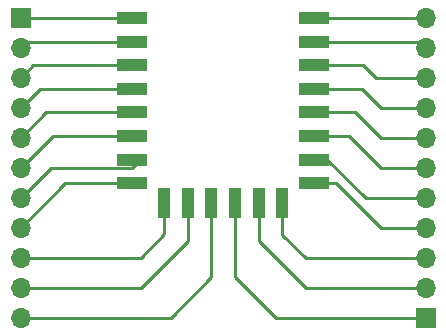
<source format=gbr>
G04 #@! TF.FileFunction,Copper,L1,Top,Signal*
%FSLAX46Y46*%
G04 Gerber Fmt 4.6, Leading zero omitted, Abs format (unit mm)*
G04 Created by KiCad (PCBNEW 4.0.7) date Thursday, 01. November 2018 'u15' 19:15:50*
%MOMM*%
%LPD*%
G01*
G04 APERTURE LIST*
%ADD10C,0.100000*%
%ADD11R,1.700000X1.700000*%
%ADD12O,1.700000X1.700000*%
%ADD13R,2.500000X1.100000*%
%ADD14R,1.100000X2.500000*%
%ADD15C,0.250000*%
G04 APERTURE END LIST*
D10*
D11*
X138430000Y-104140000D03*
D12*
X138430000Y-106680000D03*
X138430000Y-109220000D03*
X138430000Y-111760000D03*
X138430000Y-114300000D03*
X138430000Y-116840000D03*
X138430000Y-119380000D03*
X138430000Y-121920000D03*
X138430000Y-124460000D03*
X138430000Y-127000000D03*
X138430000Y-129540000D03*
D11*
X172720000Y-129540000D03*
D12*
X172720000Y-127000000D03*
X172720000Y-124460000D03*
X172720000Y-121920000D03*
X172720000Y-119380000D03*
X172720000Y-116840000D03*
X172720000Y-114300000D03*
X172720000Y-111760000D03*
X172720000Y-109220000D03*
X172720000Y-106680000D03*
X172720000Y-104140000D03*
D13*
X147890000Y-104140000D03*
X147890000Y-106140000D03*
X147890000Y-108140000D03*
X147890000Y-110140000D03*
X147890000Y-112140000D03*
X147890000Y-114140000D03*
X147890000Y-116140000D03*
X147890000Y-118140000D03*
X163290000Y-118140000D03*
X163290000Y-116140000D03*
X163290000Y-114140000D03*
X163290000Y-112140000D03*
X163290000Y-110140000D03*
X163290000Y-108140000D03*
X163290000Y-106140000D03*
X163290000Y-104140000D03*
D14*
X150580000Y-119840000D03*
X152580000Y-119840000D03*
X154580000Y-119840000D03*
X156580000Y-119840000D03*
X158580000Y-119840000D03*
X160580000Y-119840000D03*
D15*
X148590000Y-104140000D02*
X138430000Y-104140000D01*
X148590000Y-106140000D02*
X138970000Y-106140000D01*
X138970000Y-106140000D02*
X138430000Y-106680000D01*
X147320000Y-108140000D02*
X139510000Y-108140000D01*
X139510000Y-108140000D02*
X138430000Y-109220000D01*
X148590000Y-110140000D02*
X140050000Y-110140000D01*
X140050000Y-110140000D02*
X138430000Y-111760000D01*
X148590000Y-112140000D02*
X140590000Y-112140000D01*
X140590000Y-112140000D02*
X138430000Y-114300000D01*
X148590000Y-114140000D02*
X141130000Y-114140000D01*
X141130000Y-114140000D02*
X138430000Y-116840000D01*
X148590000Y-116140000D02*
X147890000Y-116840000D01*
X140970000Y-116840000D02*
X138430000Y-119380000D01*
X147890000Y-116840000D02*
X140970000Y-116840000D01*
X148590000Y-118140000D02*
X142210000Y-118140000D01*
X142210000Y-118140000D02*
X138430000Y-121920000D01*
X150580000Y-119140000D02*
X150580000Y-122470000D01*
X148590000Y-124460000D02*
X138430000Y-124460000D01*
X150580000Y-122470000D02*
X148590000Y-124460000D01*
X152580000Y-119140000D02*
X152580000Y-123010000D01*
X148590000Y-127000000D02*
X138430000Y-127000000D01*
X152580000Y-123010000D02*
X148590000Y-127000000D01*
X154580000Y-119140000D02*
X154580000Y-126090000D01*
X154580000Y-126090000D02*
X151130000Y-129540000D01*
X151130000Y-129540000D02*
X138430000Y-129540000D01*
X156580000Y-119140000D02*
X156580000Y-126100000D01*
X160020000Y-129540000D02*
X172720000Y-129540000D01*
X156580000Y-126100000D02*
X160020000Y-129540000D01*
X172720000Y-127000000D02*
X162560000Y-127000000D01*
X158580000Y-123020000D02*
X162560000Y-127000000D01*
X158580000Y-123020000D02*
X158580000Y-119140000D01*
X160580000Y-119140000D02*
X160580000Y-122480000D01*
X162560000Y-124460000D02*
X172720000Y-124460000D01*
X160580000Y-122480000D02*
X162560000Y-124460000D01*
X162590000Y-118140000D02*
X165130000Y-118140000D01*
X165130000Y-118140000D02*
X168910000Y-121920000D01*
X168910000Y-121920000D02*
X172720000Y-121920000D01*
X162590000Y-116140000D02*
X164400000Y-116140000D01*
X164400000Y-116140000D02*
X167640000Y-119380000D01*
X167640000Y-119380000D02*
X172720000Y-119380000D01*
X162590000Y-114140000D02*
X166210000Y-114140000D01*
X168910000Y-116840000D02*
X172720000Y-116840000D01*
X166210000Y-114140000D02*
X168910000Y-116840000D01*
X162590000Y-112140000D02*
X166750000Y-112140000D01*
X168910000Y-114300000D02*
X172720000Y-114300000D01*
X166750000Y-112140000D02*
X168910000Y-114300000D01*
X162590000Y-110140000D02*
X167290000Y-110140000D01*
X168910000Y-111760000D02*
X172720000Y-111760000D01*
X167290000Y-110140000D02*
X168910000Y-111760000D01*
X162590000Y-108140000D02*
X167450000Y-108140000D01*
X168530000Y-109220000D02*
X172720000Y-109220000D01*
X167450000Y-108140000D02*
X168530000Y-109220000D01*
X162590000Y-106140000D02*
X172180000Y-106140000D01*
X172180000Y-106140000D02*
X172720000Y-106680000D01*
X162590000Y-104140000D02*
X172720000Y-104140000D01*
M02*

</source>
